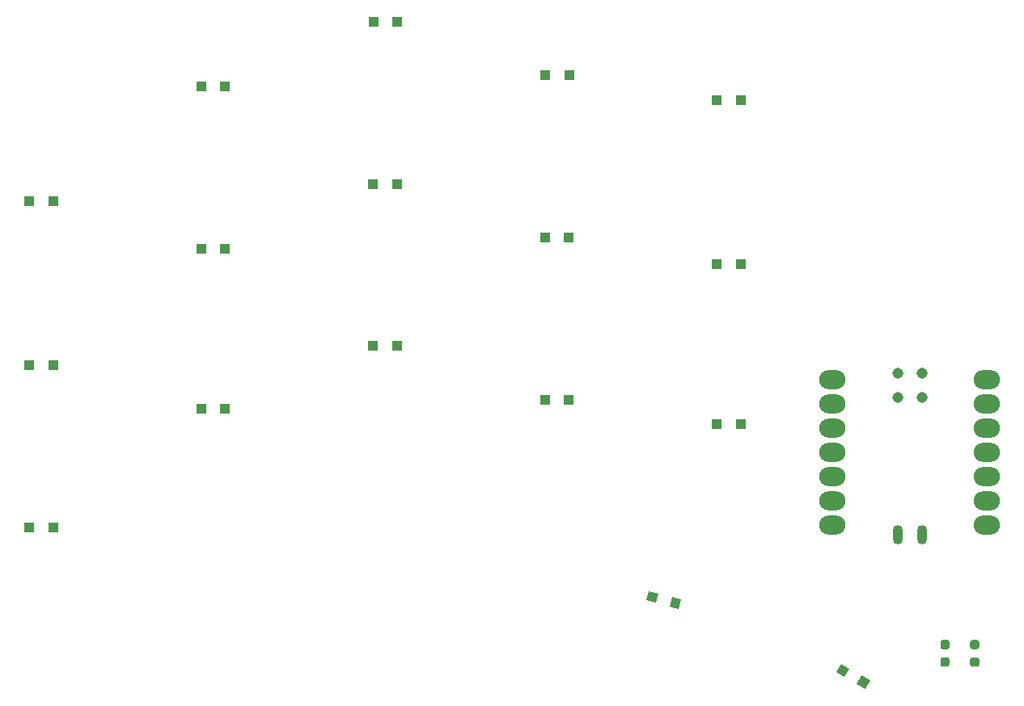
<source format=gbr>
%TF.GenerationSoftware,KiCad,Pcbnew,5.1.9*%
%TF.CreationDate,2021-04-16T22:18:37+02:00*%
%TF.ProjectId,handbrush,68616e64-6272-4757-9368-2e6b69636164,rev?*%
%TF.SameCoordinates,Original*%
%TF.FileFunction,Paste,Top*%
%TF.FilePolarity,Positive*%
%FSLAX46Y46*%
G04 Gerber Fmt 4.6, Leading zero omitted, Abs format (unit mm)*
G04 Created by KiCad (PCBNEW 5.1.9) date 2021-04-16 22:18:37*
%MOMM*%
%LPD*%
G01*
G04 APERTURE LIST*
%ADD10C,1.143000*%
%ADD11O,1.016000X2.032000*%
%ADD12O,2.748280X1.998980*%
%ADD13C,0.100000*%
%ADD14R,1.000000X1.000000*%
G04 APERTURE END LIST*
D10*
%TO.C,U1*%
X187638803Y-83335813D03*
X185098803Y-83335813D03*
X187638803Y-80795813D03*
X185098803Y-80795813D03*
D11*
X187650000Y-97800000D03*
X185100000Y-97800000D03*
D12*
X178233120Y-81482180D03*
X178233120Y-84022180D03*
X178233120Y-86562180D03*
X178233120Y-89102180D03*
X178233120Y-91642180D03*
X178233120Y-94182180D03*
X178233120Y-96722180D03*
X194397680Y-96722180D03*
X194397680Y-94182180D03*
X194397680Y-91642180D03*
X194397680Y-89102180D03*
X194397680Y-86562180D03*
X194397680Y-84022180D03*
X194397680Y-81482180D03*
%TD*%
%TO.C,R2*%
G36*
G01*
X192882500Y-110625000D02*
X193357500Y-110625000D01*
G75*
G02*
X193595000Y-110862500I0J-237500D01*
G01*
X193595000Y-111362500D01*
G75*
G02*
X193357500Y-111600000I-237500J0D01*
G01*
X192882500Y-111600000D01*
G75*
G02*
X192645000Y-111362500I0J237500D01*
G01*
X192645000Y-110862500D01*
G75*
G02*
X192882500Y-110625000I237500J0D01*
G01*
G37*
G36*
G01*
X192882500Y-108800000D02*
X193357500Y-108800000D01*
G75*
G02*
X193595000Y-109037500I0J-237500D01*
G01*
X193595000Y-109537500D01*
G75*
G02*
X193357500Y-109775000I-237500J0D01*
G01*
X192882500Y-109775000D01*
G75*
G02*
X192645000Y-109537500I0J237500D01*
G01*
X192645000Y-109037500D01*
G75*
G02*
X192882500Y-108800000I237500J0D01*
G01*
G37*
%TD*%
%TO.C,R1*%
G36*
G01*
X189762500Y-110625000D02*
X190237500Y-110625000D01*
G75*
G02*
X190475000Y-110862500I0J-237500D01*
G01*
X190475000Y-111362500D01*
G75*
G02*
X190237500Y-111600000I-237500J0D01*
G01*
X189762500Y-111600000D01*
G75*
G02*
X189525000Y-111362500I0J237500D01*
G01*
X189525000Y-110862500D01*
G75*
G02*
X189762500Y-110625000I237500J0D01*
G01*
G37*
G36*
G01*
X189762500Y-108800000D02*
X190237500Y-108800000D01*
G75*
G02*
X190475000Y-109037500I0J-237500D01*
G01*
X190475000Y-109537500D01*
G75*
G02*
X190237500Y-109775000I-237500J0D01*
G01*
X189762500Y-109775000D01*
G75*
G02*
X189525000Y-109537500I0J237500D01*
G01*
X189525000Y-109037500D01*
G75*
G02*
X189762500Y-108800000I237500J0D01*
G01*
G37*
%TD*%
D13*
%TO.C,D17*%
G36*
X180000481Y-111791987D02*
G01*
X179500481Y-112658013D01*
X178634455Y-112158013D01*
X179134455Y-111291987D01*
X180000481Y-111791987D01*
G37*
G36*
X182165545Y-113041987D02*
G01*
X181665545Y-113908013D01*
X180799519Y-113408013D01*
X181299519Y-112541987D01*
X182165545Y-113041987D01*
G37*
%TD*%
D14*
%TO.C,D16*%
X166150000Y-86200000D03*
X168650000Y-86200000D03*
%TD*%
%TO.C,D15*%
X166150000Y-69400000D03*
X168650000Y-69400000D03*
%TD*%
%TO.C,D14*%
X166150000Y-52200000D03*
X168650000Y-52200000D03*
%TD*%
D13*
%TO.C,D13*%
G36*
X160004965Y-103922923D02*
G01*
X159746146Y-104888848D01*
X158780221Y-104630029D01*
X159039040Y-103664104D01*
X160004965Y-103922923D01*
G37*
G36*
X162419779Y-104569971D02*
G01*
X162160960Y-105535896D01*
X161195035Y-105277077D01*
X161453854Y-104311152D01*
X162419779Y-104569971D01*
G37*
%TD*%
D14*
%TO.C,D12*%
X148150000Y-83600000D03*
X150650000Y-83600000D03*
%TD*%
%TO.C,D11*%
X148150000Y-66600000D03*
X150650000Y-66600000D03*
%TD*%
%TO.C,D10*%
X148200000Y-49600000D03*
X150700000Y-49600000D03*
%TD*%
%TO.C,D9*%
X130150000Y-78000000D03*
X132650000Y-78000000D03*
%TD*%
%TO.C,D8*%
X130150000Y-61000000D03*
X132650000Y-61000000D03*
%TD*%
%TO.C,D7*%
X130200000Y-44000000D03*
X132700000Y-44000000D03*
%TD*%
%TO.C,D6*%
X112150000Y-84600000D03*
X114650000Y-84600000D03*
%TD*%
%TO.C,D5*%
X112150000Y-67800000D03*
X114650000Y-67800000D03*
%TD*%
%TO.C,D4*%
X112150000Y-50800000D03*
X114650000Y-50800000D03*
%TD*%
%TO.C,D3*%
X94150000Y-97000000D03*
X96650000Y-97000000D03*
%TD*%
%TO.C,D2*%
X94150000Y-80000000D03*
X96650000Y-80000000D03*
%TD*%
%TO.C,D1*%
X94150000Y-62800000D03*
X96650000Y-62800000D03*
%TD*%
M02*

</source>
